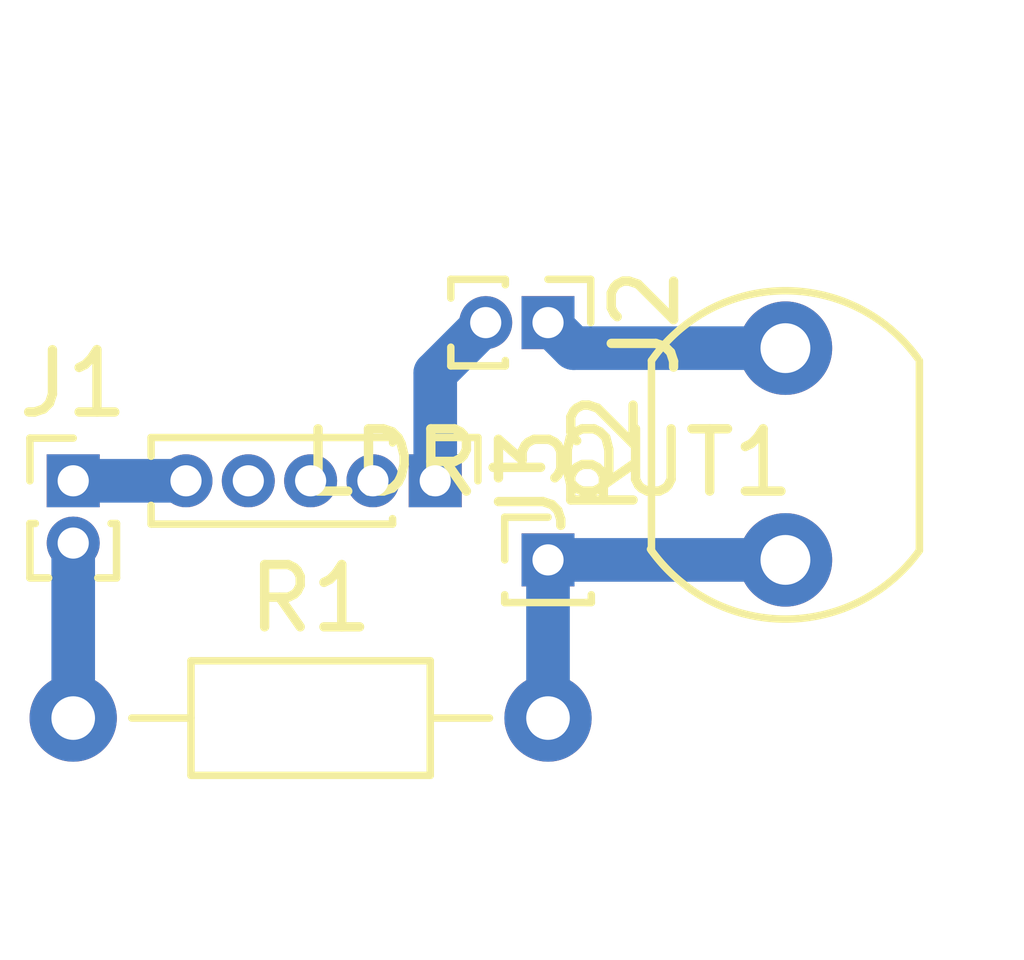
<source format=kicad_pcb>
(kicad_pcb (version 20211014) (generator pcbnew)
  (layers (0 "F.Cu" signal) (31 "B.Cu" signal) (34 "B.Paste" user) (35 "F.Paste" user) (36 "B.SilkS" user "B.Silkscreen") (37 "F.SilkS" user "F.Silkscreen") (38 "B.Mask" user) (39 "F.Mask" user) (44 "Edge.Cuts" user))
  (net 0 "")
  (net 1 "Net-(LDR-OUT1-Pad1)")
  (net 2 "Net-(R1-Pad1)")
  (net 3 "Net-(R2-Pad2)")
  (net 4 "Net-(J1-Pad1)")
  (net 5 "Net-(J2-Pad2)")
  (footprint "Connector_PinHeader_1.00mm:PinHeader_1x02_P1.00mm_Vertical" (layer "F.Cu") (at 142.24 80.01 -90)
    (fp_text reference "J2" (at 0 -1.56 90) (layer "F.SilkS"))
    (fp_text value "GROUND")
    (fp_line (start 0.695 0.685) (end 0.695 1.56) (layer "F.SilkS") (width 0.12))
    (fp_line (start -0.695 0.685) (end -0.608276 0.685) (layer "F.SilkS") (width 0.12))
    (fp_line (start -0.695 -0.685) (end 0 -0.685) (layer "F.SilkS") (width 0.12))
    (fp_line (start 0.394493 1.56) (end 0.695 1.56) (layer "F.SilkS") (width 0.12))
    (fp_line (start -0.695 0) (end -0.695 -0.685) (layer "F.SilkS") (width 0.12))
    (fp_line (start 0.608276 0.685) (end 0.695 0.685) (layer "F.SilkS") (width 0.12))
    (fp_line (start -0.695 0.685) (end -0.695 1.56) (layer "F.SilkS") (width 0.12))
    (fp_line (start -0.695 1.56) (end -0.394493 1.56) (layer "F.SilkS") (width 0.12))
    (pad "1" thru_hole rect (at 0 0 270) (size 0.85 0.85) (drill 0.5) (layers *.Cu *.Mask) (net 3 "Net-(R2-Pad2)"))
    (pad "2" thru_hole oval (at 0 1 270) (size 0.85 0.85) (drill 0.5) (layers *.Cu *.Mask) (net 5 "Net-(J2-Pad2)"))
  )
  (footprint "Resistor_THT:R_Axial_DIN0204_L3.6mm_D1.6mm_P7.62mm_Horizontal" (layer "F.Cu") (at 134.62 86.36)
    (fp_text reference "R1" (at 3.81 -1.92) (layer "F.SilkS"))
    (fp_text value "1000")
    (fp_line (start 5.73 -0.92) (end 1.89 -0.92) (layer "F.SilkS") (width 0.12))
    (fp_line (start 1.89 -0.92) (end 1.89 0.92) (layer "F.SilkS") (width 0.12))
    (fp_line (start 0.94 0) (end 1.89 0) (layer "F.SilkS") (width 0.12))
    (fp_line (start 1.89 0.92) (end 5.73 0.92) (layer "F.SilkS") (width 0.12))
    (fp_line (start 6.68 0) (end 5.73 0) (layer "F.SilkS") (width 0.12))
    (fp_line (start 5.73 0.92) (end 5.73 -0.92) (layer "F.SilkS") (width 0.12))
    (pad "1" thru_hole circle (at 0 0) (size 1.4 1.4) (drill 0.7) (layers *.Cu *.Mask) (net 2 "Net-(R1-Pad1)"))
    (pad "2" thru_hole oval (at 7.62 0) (size 1.4 1.4) (drill 0.7) (layers *.Cu *.Mask) (net 1 "Net-(LDR-OUT1-Pad1)"))
  )
  (footprint "Connector_PinHeader_1.00mm:PinHeader_1x05_P1.00mm_Vertical" (layer "F.Cu") (at 140.43 82.55 -90)
    (fp_text reference "J3" (at 0 -1.56 90) (layer "F.SilkS"))
    (fp_text value "Conn_01x05_Female")
    (fp_line (start -0.695 0.685) (end -0.608276 0.685) (layer "F.SilkS") (width 0.12))
    (fp_line (start 0.695 0.685) (end 0.695 4.56) (layer "F.SilkS") (width 0.12))
    (fp_line (start -0.695 0) (end -0.695 -0.685) (layer "F.SilkS") (width 0.12))
    (fp_line (start 0.394493 4.56) (end 0.695 4.56) (layer "F.SilkS") (width 0.12))
    (fp_line (start 0.608276 0.685) (end 0.695 0.685) (layer "F.SilkS") (width 0.12))
    (fp_line (start -0.695 0.685) (end -0.695 4.56) (layer "F.SilkS") (width 0.12))
    (fp_line (start -0.695 4.56) (end -0.394493 4.56) (layer "F.SilkS") (width 0.12))
    (fp_line (start -0.695 -0.685) (end 0 -0.685) (layer "F.SilkS") (width 0.12))
    (pad "1" thru_hole rect (at 0 0 270) (size 0.85 0.85) (drill 0.5) (layers *.Cu *.Mask) (net 5 "Net-(J2-Pad2)"))
    (pad "2" thru_hole oval (at 0 1 270) (size 0.85 0.85) (drill 0.5) (layers *.Cu *.Mask))
    (pad "3" thru_hole oval (at 0 2 270) (size 0.85 0.85) (drill 0.5) (layers *.Cu *.Mask))
    (pad "4" thru_hole oval (at 0 3 270) (size 0.85 0.85) (drill 0.5) (layers *.Cu *.Mask))
    (pad "5" thru_hole oval (at 0 4 270) (size 0.85 0.85) (drill 0.5) (layers *.Cu *.Mask) (net 4 "Net-(J1-Pad1)"))
  )
  (footprint "OptoDevice:R_LDR_5.1x4.3mm_P3.4mm_Vertical" (layer "F.Cu") (at 146.05 83.82 90)
    (fp_text reference "R2" (at 1.7 -2.9 90) (layer "F.SilkS"))
    (fp_text value "LDR07")
    (fp_line (start 0.15 2.15) (end 3.2 2.15) (layer "F.SilkS") (width 0.12))
    (fp_line (start 0.15 -2.15) (end 3.2 -2.15) (layer "F.SilkS") (width 0.12))
    (fp_arc (start 0.15 2.15) (mid -0.950438 -0.013368) (end 0.171766 -2.165525) (layer "F.SilkS") (width 0.12))
    (fp_arc (start 3.2 -2.15) (mid 4.321403 -0.027338) (end 3.244513 2.118249) (layer "F.SilkS") (width 0.12))
    (pad "1" thru_hole circle (at 0 0 90) (size 1.5 1.5) (drill 0.8) (layers *.Cu *.Mask) (net 1 "Net-(LDR-OUT1-Pad1)"))
    (pad "2" thru_hole circle (at 3.4 0 90) (size 1.5 1.5) (drill 0.8) (layers *.Cu *.Mask) (net 3 "Net-(R2-Pad2)"))
  )
  (footprint "Connector_PinHeader_1.00mm:PinHeader_1x01_P1.00mm_Vertical" (layer "F.Cu") (at 142.24 83.82)
    (fp_text reference "LDR-OUT1" (at 0 -1.56) (layer "F.SilkS"))
    (fp_text value "LDR-OUT")
    (fp_line (start -0.695 0.685) (end 0.695 0.685) (layer "F.SilkS") (width 0.12))
    (fp_line (start 0.695 0.685) (end 0.695 0.56) (layer "F.SilkS") (width 0.12))
    (fp_line (start -0.695 -0.685) (end 0 -0.685) (layer "F.SilkS") (width 0.12))
    (fp_line (start -0.695 0.685) (end -0.695 0.56) (layer "F.SilkS") (width 0.12))
    (fp_line (start -0.695 0) (end -0.695 -0.685) (layer "F.SilkS") (width 0.12))
    (fp_line (start -0.695 0.685) (end -0.608276 0.685) (layer "F.SilkS") (width 0.12))
    (fp_line (start 0.608276 0.685) (end 0.695 0.685) (layer "F.SilkS") (width 0.12))
    (pad "1" thru_hole rect (at 0 0) (size 0.85 0.85) (drill 0.5) (layers *.Cu *.Mask) (net 1 "Net-(LDR-OUT1-Pad1)"))
  )
  (footprint "Connector_PinHeader_1.00mm:PinHeader_1x02_P1.00mm_Vertical" (layer "F.Cu") (at 134.62 82.55)
    (fp_text reference "J1" (at 0 -1.56) (layer "F.SilkS"))
    (fp_text value "5V")
    (fp_line (start -0.695 0.685) (end -0.695 1.56) (layer "F.SilkS") (width 0.12))
    (fp_line (start -0.695 -0.685) (end 0 -0.685) (layer "F.SilkS") (width 0.12))
    (fp_line (start 0.394493 1.56) (end 0.695 1.56) (layer "F.SilkS") (width 0.12))
    (fp_line (start -0.695 0) (end -0.695 -0.685) (layer "F.SilkS") (width 0.12))
    (fp_line (start -0.695 0.685) (end -0.608276 0.685) (layer "F.SilkS") (width 0.12))
    (fp_line (start 0.695 0.685) (end 0.695 1.56) (layer "F.SilkS") (width 0.12))
    (fp_line (start -0.695 1.56) (end -0.394493 1.56) (layer "F.SilkS") (width 0.12))
    (fp_line (start 0.608276 0.685) (end 0.695 0.685) (layer "F.SilkS") (width 0.12))
    (pad "1" thru_hole rect (at 0 0) (size 0.85 0.85) (drill 0.5) (layers *.Cu *.Mask) (net 4 "Net-(J1-Pad1)"))
    (pad "2" thru_hole oval (at 0 1) (size 0.85 0.85) (drill 0.5) (layers *.Cu *.Mask) (net 2 "Net-(R1-Pad1)"))
  )
  (segment (start 142.24 83.82) (end 146.05 83.82) (width 0.7) (layer "B.Cu") (net 1))
  (segment (start 142.24 86.36) (end 142.24 83.82) (width 0.7) (layer "B.Cu") (net 1))
  (segment (start 134.62 86.36) (end 134.62 83.55) (width 0.7) (layer "B.Cu") (net 2))
  (segment (start 142.65 80.42) (end 142.24 80.01) (width 0.7) (layer "B.Cu") (net 3))
  (segment (start 146.05 80.42) (end 142.65 80.42) (width 0.7) (layer "B.Cu") (net 3))
  (segment (start 134.62 82.55) (end 136.43 82.55) (width 0.7) (layer "B.Cu") (net 4))
  (segment (start 140.43 80.82) (end 141.24 80.01) (width 0.7) (layer "B.Cu") (net 5))
  (segment (start 140.43 82.55) (end 140.43 80.82) (width 0.7) (layer "B.Cu") (net 5))
)
</source>
